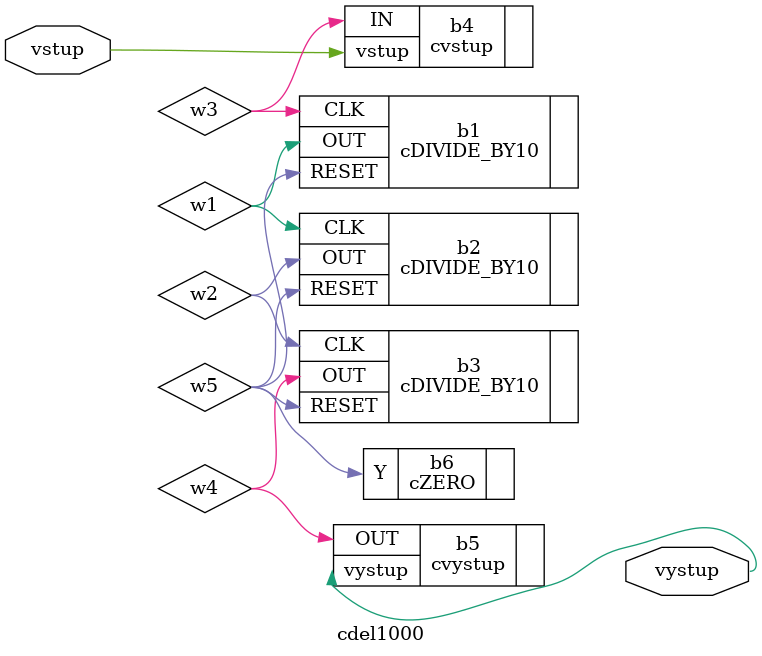
<source format=v>
module cdel1000(input wire vstup,output wire vystup);
//hidden:

wire w3,w5,w1,w2,w4;

cDIVIDE_BY10  b1(.CLK(w3),.RESET(w5),.OUT(w1));
cDIVIDE_BY10  b2(.CLK(w1),.RESET(w5),.OUT(w2));
cDIVIDE_BY10  b3(.CLK(w2),.RESET(w5),.OUT(w4));
cvstup b4(.vstup(vstup),.IN(w3));
cvystup b5(.OUT(w4),.vystup(vystup));
cZERO b6(.Y(w5));

endmodule


</source>
